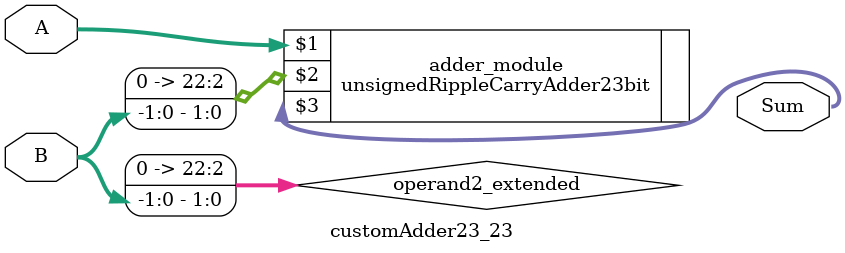
<source format=v>
module customAdder23_23(
                        input [22 : 0] A,
                        input [-1 : 0] B,
                        
                        output [23 : 0] Sum
                );

        wire [22 : 0] operand2_extended;
        
        assign operand2_extended =  {23'b0, B};
        
        unsignedRippleCarryAdder23bit adder_module(
            A,
            operand2_extended,
            Sum
        );
        
        endmodule
        
</source>
